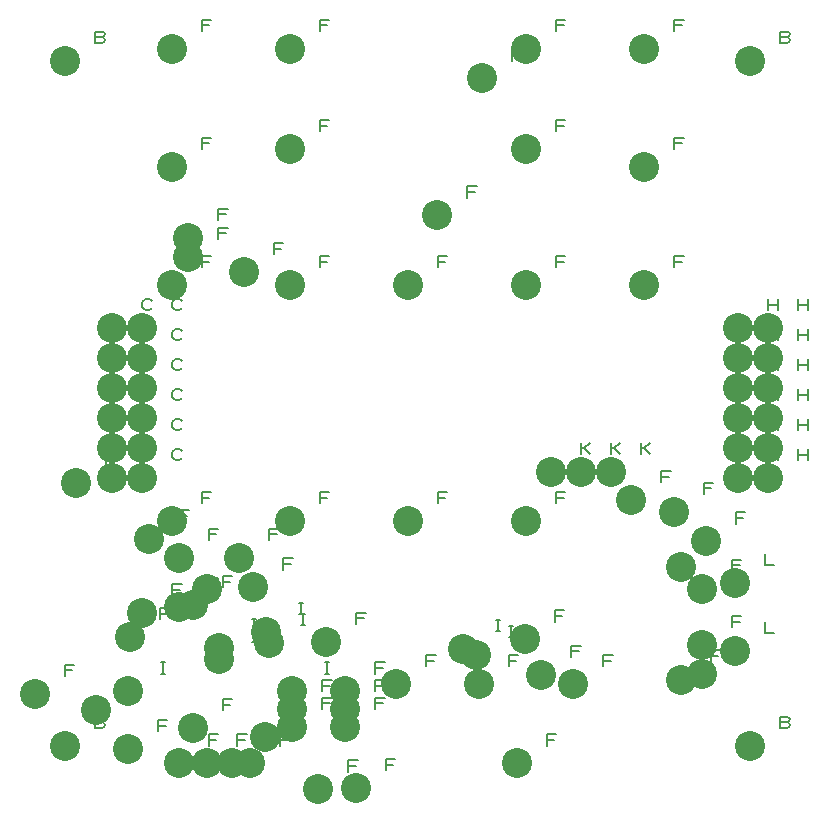
<source format=gbr>
G04 DesignSpark PCB PRO Gerber Version 10.0 Build 5299*
G04 #@! TF.Part,Single*
G04 #@! TF.FileFunction,Drillmap*
G04 #@! TF.FilePolarity,Positive*
%FSLAX35Y35*%
%MOIN*%
%ADD17C,0.00500*%
G04 #@! TA.AperFunction,ViaPad*
%ADD16C,0.10000*%
G04 #@! TD.AperFunction*
X0Y0D02*
D02*
D16*
X25447Y41339D03*
X35683Y24016D03*
Y252362D03*
X39226Y111417D03*
X45919Y35827D03*
X51274Y113189D03*
Y123189D03*
Y133189D03*
Y143189D03*
Y153189D03*
Y163189D03*
X56549Y22835D03*
Y42126D03*
X57337Y60236D03*
X61274Y68110D03*
Y113189D03*
Y123189D03*
Y133189D03*
Y143189D03*
Y153189D03*
Y163189D03*
X63636Y92913D03*
X71116Y98819D03*
Y177559D03*
Y216929D03*
Y256299D03*
X73478Y18110D03*
Y70079D03*
Y86614D03*
X76628Y187008D03*
Y193307D03*
X78203Y29921D03*
Y70866D03*
X82927Y18110D03*
Y76378D03*
X86864Y52756D03*
Y56693D03*
X91195Y18110D03*
X93557Y86614D03*
X95132Y181890D03*
X97100Y18110D03*
X98281Y76772D03*
X102219Y26772D03*
X102612Y61811D03*
X103400Y58268D03*
X110486Y98819D03*
Y177559D03*
Y222835D03*
Y256299D03*
X111274Y30315D03*
Y36220D03*
Y42126D03*
X119935Y9449D03*
X122691Y58661D03*
X128990Y30315D03*
Y36220D03*
Y42126D03*
X132533Y9843D03*
X145919Y44488D03*
X149856Y98819D03*
Y177559D03*
X159699Y200787D03*
X168360Y56299D03*
X172691Y54331D03*
X173478Y44488D03*
X174659Y246457D03*
X186077Y18110D03*
X188833Y59449D03*
X189226Y98819D03*
Y177559D03*
Y222835D03*
Y256299D03*
X194344Y47638D03*
X197494Y115354D03*
X204974Y44488D03*
X207494Y115354D03*
X217494D03*
X224266Y105906D03*
X228596Y177559D03*
Y216929D03*
Y256299D03*
X238439Y101969D03*
X240801Y46063D03*
Y83465D03*
X247888Y48031D03*
Y57480D03*
Y76378D03*
X249069Y92126D03*
X258900Y55551D03*
Y78307D03*
X259935Y113189D03*
Y123189D03*
Y133189D03*
Y143189D03*
Y153189D03*
Y163189D03*
X264030Y24016D03*
Y252362D03*
X269935Y113189D03*
Y123189D03*
Y133189D03*
Y143189D03*
Y153189D03*
Y163189D03*
D02*
D17*
X35447Y47276D02*
Y51026D01*
X38572D01*
X37947Y49151D02*
X35447D01*
X47870Y31828D02*
X48496Y31516D01*
X48808Y30891D01*
X48496Y30266D01*
X47870Y29953D01*
X45683D01*
Y33703D01*
X47870D01*
X48496Y33391D01*
X48808Y32766D01*
X48496Y32141D01*
X47870Y31828D01*
X45683D01*
X47870Y260175D02*
X48496Y259862D01*
X48808Y259237D01*
X48496Y258612D01*
X47870Y258300D01*
X45683D01*
Y262050D01*
X47870D01*
X48496Y261737D01*
X48808Y261112D01*
X48496Y260487D01*
X47870Y260175D01*
X45683D01*
X49226Y117355D02*
Y121105D01*
X52352D01*
X51726Y119230D02*
X49226D01*
X55919Y41764D02*
Y45514D01*
X59044D01*
X58419Y43639D02*
X55919D01*
X64399Y119752D02*
X64086Y119439D01*
X63461Y119126D01*
X62524D01*
X61899Y119439D01*
X61586Y119752D01*
X61274Y120376D01*
Y121626D01*
X61586Y122252D01*
X61899Y122564D01*
X62524Y122876D01*
X63461D01*
X64086Y122564D01*
X64399Y122252D01*
Y129752D02*
X64086Y129439D01*
X63461Y129126D01*
X62524D01*
X61899Y129439D01*
X61586Y129752D01*
X61274Y130376D01*
Y131626D01*
X61586Y132252D01*
X61899Y132564D01*
X62524Y132876D01*
X63461D01*
X64086Y132564D01*
X64399Y132252D01*
Y139752D02*
X64086Y139439D01*
X63461Y139126D01*
X62524D01*
X61899Y139439D01*
X61586Y139752D01*
X61274Y140376D01*
Y141626D01*
X61586Y142252D01*
X61899Y142564D01*
X62524Y142876D01*
X63461D01*
X64086Y142564D01*
X64399Y142252D01*
Y149752D02*
X64086Y149439D01*
X63461Y149126D01*
X62524D01*
X61899Y149439D01*
X61586Y149752D01*
X61274Y150376D01*
Y151626D01*
X61586Y152252D01*
X61899Y152564D01*
X62524Y152876D01*
X63461D01*
X64086Y152564D01*
X64399Y152252D01*
Y159752D02*
X64086Y159439D01*
X63461Y159126D01*
X62524D01*
X61899Y159439D01*
X61586Y159752D01*
X61274Y160376D01*
Y161626D01*
X61586Y162252D01*
X61899Y162564D01*
X62524Y162876D01*
X63461D01*
X64086Y162564D01*
X64399Y162252D01*
Y169752D02*
X64086Y169439D01*
X63461Y169126D01*
X62524D01*
X61899Y169439D01*
X61586Y169752D01*
X61274Y170376D01*
Y171626D01*
X61586Y172252D01*
X61899Y172564D01*
X62524Y172876D01*
X63461D01*
X64086Y172564D01*
X64399Y172252D01*
X66549Y28772D02*
Y32522D01*
X69674D01*
X69049Y30647D02*
X66549D01*
X67487Y48063D02*
X68737D01*
X68112D02*
Y51813D01*
X67487D02*
X68737D01*
X67337Y66174D02*
Y69924D01*
X70462D01*
X69837Y68049D02*
X67337D01*
X71274Y74048D02*
Y77798D01*
X74399D01*
X73774Y75923D02*
X71274D01*
X74399Y119752D02*
X74086Y119439D01*
X73461Y119126D01*
X72524D01*
X71899Y119439D01*
X71586Y119752D01*
X71274Y120376D01*
Y121626D01*
X71586Y122252D01*
X71899Y122564D01*
X72524Y122876D01*
X73461D01*
X74086Y122564D01*
X74399Y122252D01*
Y129752D02*
X74086Y129439D01*
X73461Y129126D01*
X72524D01*
X71899Y129439D01*
X71586Y129752D01*
X71274Y130376D01*
Y131626D01*
X71586Y132252D01*
X71899Y132564D01*
X72524Y132876D01*
X73461D01*
X74086Y132564D01*
X74399Y132252D01*
Y139752D02*
X74086Y139439D01*
X73461Y139126D01*
X72524D01*
X71899Y139439D01*
X71586Y139752D01*
X71274Y140376D01*
Y141626D01*
X71586Y142252D01*
X71899Y142564D01*
X72524Y142876D01*
X73461D01*
X74086Y142564D01*
X74399Y142252D01*
Y149752D02*
X74086Y149439D01*
X73461Y149126D01*
X72524D01*
X71899Y149439D01*
X71586Y149752D01*
X71274Y150376D01*
Y151626D01*
X71586Y152252D01*
X71899Y152564D01*
X72524Y152876D01*
X73461D01*
X74086Y152564D01*
X74399Y152252D01*
Y159752D02*
X74086Y159439D01*
X73461Y159126D01*
X72524D01*
X71899Y159439D01*
X71586Y159752D01*
X71274Y160376D01*
Y161626D01*
X71586Y162252D01*
X71899Y162564D01*
X72524Y162876D01*
X73461D01*
X74086Y162564D01*
X74399Y162252D01*
Y169752D02*
X74086Y169439D01*
X73461Y169126D01*
X72524D01*
X71899Y169439D01*
X71586Y169752D01*
X71274Y170376D01*
Y171626D01*
X71586Y172252D01*
X71899Y172564D01*
X72524Y172876D01*
X73461D01*
X74086Y172564D01*
X74399Y172252D01*
X73636Y98851D02*
Y102601D01*
X76761D01*
X76136Y100726D02*
X73636D01*
X81116Y104756D02*
Y108506D01*
X84241D01*
X83616Y106631D02*
X81116D01*
Y183496D02*
Y187246D01*
X84241D01*
X83616Y185372D02*
X81116D01*
Y222867D02*
Y226617D01*
X84241D01*
X83616Y224742D02*
X81116D01*
Y262237D02*
Y265987D01*
X84241D01*
X83616Y264112D02*
X81116D01*
X83478Y24048D02*
Y27798D01*
X86604D01*
X85978Y25923D02*
X83478D01*
Y76016D02*
Y79766D01*
X86604D01*
X85978Y77891D02*
X83478D01*
Y92552D02*
Y96302D01*
X86604D01*
X85978Y94427D02*
X83478D01*
X86628Y192945D02*
Y196695D01*
X89753D01*
X89128Y194820D02*
X86628D01*
Y199244D02*
Y202994D01*
X89753D01*
X89128Y201120D02*
X86628D01*
X88203Y35859D02*
Y39609D01*
X91328D01*
X90703Y37734D02*
X88203D01*
Y76804D02*
Y80554D01*
X91328D01*
X90703Y78679D02*
X88203D01*
X92927Y24048D02*
Y27798D01*
X96052D01*
X95427Y25923D02*
X92927D01*
X93865Y82315D02*
X95115D01*
X94490D02*
Y86065D01*
X93865D02*
X95115D01*
X97802Y58693D02*
X99052D01*
X98427D02*
Y62443D01*
X97802D02*
X99052D01*
X97802Y62630D02*
X99052D01*
X98427D02*
Y66380D01*
X97802D02*
X99052D01*
X101195Y24048D02*
Y27798D01*
X104320D01*
X103695Y25923D02*
X101195D01*
X103557Y92552D02*
Y96302D01*
X106682D01*
X106057Y94427D02*
X103557D01*
X105132Y187827D02*
Y191577D01*
X108257D01*
X107632Y189702D02*
X105132D01*
X107100Y24048D02*
Y27798D01*
X110226D01*
X109600Y25923D02*
X107100D01*
X108281Y82709D02*
Y86459D01*
X111407D01*
X110781Y84584D02*
X108281D01*
X112219Y32709D02*
Y36459D01*
X115344D01*
X114719Y34584D02*
X112219D01*
X113550Y67748D02*
X114800D01*
X114175D02*
Y71498D01*
X113550D02*
X114800D01*
X114337Y64205D02*
X115587D01*
X114962D02*
Y67955D01*
X114337D02*
X115587D01*
X120486Y104756D02*
Y108506D01*
X123611D01*
X122986Y106631D02*
X120486D01*
Y183496D02*
Y187246D01*
X123611D01*
X122986Y185372D02*
X120486D01*
Y228772D02*
Y232522D01*
X123611D01*
X122986Y230647D02*
X120486D01*
Y262237D02*
Y265987D01*
X123611D01*
X122986Y264112D02*
X120486D01*
X121274Y36252D02*
Y40002D01*
X124399D01*
X123774Y38128D02*
X121274D01*
Y42158D02*
Y45908D01*
X124399D01*
X123774Y44033D02*
X121274D01*
X122211Y48063D02*
X123461D01*
X122836D02*
Y51813D01*
X122211D02*
X123461D01*
X129935Y15386D02*
Y19136D01*
X133060D01*
X132435Y17261D02*
X129935D01*
X132691Y64599D02*
Y68349D01*
X135816D01*
X135191Y66474D02*
X132691D01*
X138990Y36252D02*
Y40002D01*
X142115D01*
X141490Y38128D02*
X138990D01*
Y42158D02*
Y45908D01*
X142115D01*
X141490Y44033D02*
X138990D01*
Y48063D02*
Y51813D01*
X142115D01*
X141490Y49939D02*
X138990D01*
X142533Y15780D02*
Y19530D01*
X145659D01*
X145033Y17655D02*
X142533D01*
X155919Y50426D02*
Y54176D01*
X159044D01*
X158419Y52301D02*
X155919D01*
X159856Y104756D02*
Y108506D01*
X162981D01*
X162356Y106631D02*
X159856D01*
Y183496D02*
Y187246D01*
X162981D01*
X162356Y185372D02*
X159856D01*
X169699Y206725D02*
Y210475D01*
X172824D01*
X172199Y208600D02*
X169699D01*
X179298Y62237D02*
X180548D01*
X179923D02*
Y65987D01*
X179298D02*
X180548D01*
X183628Y60268D02*
X184878D01*
X184254D02*
Y64018D01*
X183628D02*
X184878D01*
X183478Y50426D02*
Y54176D01*
X186604D01*
X185978Y52301D02*
X183478D01*
X184659Y252394D02*
Y256144D01*
X187785D01*
X187159Y254269D02*
X184659D01*
X196077Y24048D02*
Y27798D01*
X199202D01*
X198577Y25923D02*
X196077D01*
X198833Y65386D02*
Y69136D01*
X201958D01*
X201333Y67261D02*
X198833D01*
X199226Y104756D02*
Y108506D01*
X202352D01*
X201726Y106631D02*
X199226D01*
Y183496D02*
Y187246D01*
X202352D01*
X201726Y185372D02*
X199226D01*
Y228772D02*
Y232522D01*
X202352D01*
X201726Y230647D02*
X199226D01*
Y262237D02*
Y265987D01*
X202352D01*
X201726Y264112D02*
X199226D01*
X204344Y53575D02*
Y57325D01*
X207470D01*
X206844Y55450D02*
X204344D01*
X207494Y121292D02*
Y125042D01*
Y123167D02*
X208431D01*
X210619Y125042D01*
X208431Y123167D02*
X210619Y121292D01*
X214974Y50426D02*
Y54176D01*
X218100D01*
X217474Y52301D02*
X214974D01*
X217494Y121292D02*
Y125042D01*
Y123167D02*
X218431D01*
X220619Y125042D01*
X218431Y123167D02*
X220619Y121292D01*
X227494D02*
Y125042D01*
Y123167D02*
X228431D01*
X230619Y125042D01*
X228431Y123167D02*
X230619Y121292D01*
X234266Y111843D02*
Y115593D01*
X237391D01*
X236766Y113718D02*
X234266D01*
X238596Y183496D02*
Y187246D01*
X241722D01*
X241096Y185372D02*
X238596D01*
Y222867D02*
Y226617D01*
X241722D01*
X241096Y224742D02*
X238596D01*
Y262237D02*
Y265987D01*
X241722D01*
X241096Y264112D02*
X238596D01*
X248439Y107906D02*
Y111656D01*
X251564D01*
X250939Y109781D02*
X248439D01*
X250801Y52000D02*
Y55750D01*
X253926D01*
X253301Y53876D02*
X250801D01*
Y89402D02*
Y93152D01*
X253926D01*
X253301Y91277D02*
X250801D01*
X257888Y53969D02*
Y57719D01*
X261013D01*
X260388Y55844D02*
X257888D01*
Y63418D02*
Y67168D01*
X261013D01*
X260388Y65293D02*
X257888D01*
Y82315D02*
Y86065D01*
X261013D01*
X260388Y84191D02*
X257888D01*
X259069Y98063D02*
Y101813D01*
X262194D01*
X261569Y99939D02*
X259069D01*
X268900Y65239D02*
Y61489D01*
X272025D01*
X268900Y87994D02*
Y84244D01*
X272025D01*
X269935Y119126D02*
Y122876D01*
Y121002D02*
X273060D01*
Y119126D02*
Y122876D01*
X269935Y129126D02*
Y132876D01*
Y131002D02*
X273060D01*
Y129126D02*
Y132876D01*
X269935Y139126D02*
Y142876D01*
Y141002D02*
X273060D01*
Y139126D02*
Y142876D01*
X269935Y149126D02*
Y152876D01*
Y151002D02*
X273060D01*
Y149126D02*
Y152876D01*
X269935Y159126D02*
Y162876D01*
Y161002D02*
X273060D01*
Y159126D02*
Y162876D01*
X269935Y169126D02*
Y172876D01*
Y171002D02*
X273060D01*
Y169126D02*
Y172876D01*
X276217Y31828D02*
X276842Y31516D01*
X277155Y30891D01*
X276842Y30266D01*
X276217Y29953D01*
X274030D01*
Y33703D01*
X276217D01*
X276842Y33391D01*
X277155Y32766D01*
X276842Y32141D01*
X276217Y31828D01*
X274030D01*
X276217Y260175D02*
X276842Y259862D01*
X277155Y259237D01*
X276842Y258612D01*
X276217Y258300D01*
X274030D01*
Y262050D01*
X276217D01*
X276842Y261737D01*
X277155Y261112D01*
X276842Y260487D01*
X276217Y260175D01*
X274030D01*
X279935Y119126D02*
Y122876D01*
Y121002D02*
X283060D01*
Y119126D02*
Y122876D01*
X279935Y129126D02*
Y132876D01*
Y131002D02*
X283060D01*
Y129126D02*
Y132876D01*
X279935Y139126D02*
Y142876D01*
Y141002D02*
X283060D01*
Y139126D02*
Y142876D01*
X279935Y149126D02*
Y152876D01*
Y151002D02*
X283060D01*
Y149126D02*
Y152876D01*
X279935Y159126D02*
Y162876D01*
Y161002D02*
X283060D01*
Y159126D02*
Y162876D01*
X279935Y169126D02*
Y172876D01*
Y171002D02*
X283060D01*
Y169126D02*
Y172876D01*
X0Y0D02*
M02*

</source>
